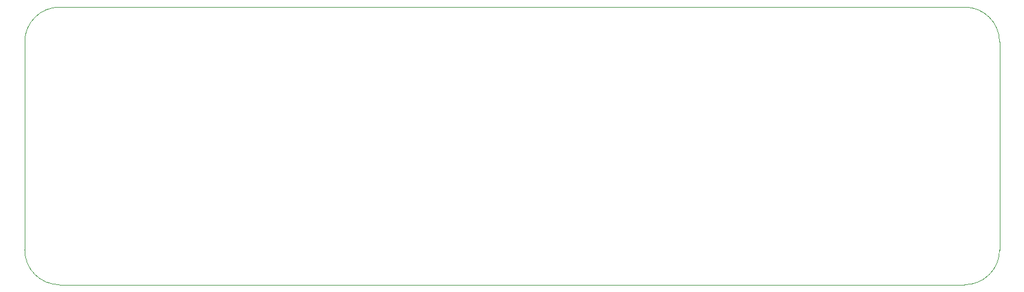
<source format=gbr>
%TF.GenerationSoftware,KiCad,Pcbnew,(6.0.4)*%
%TF.CreationDate,2022-10-21T15:48:57+02:00*%
%TF.ProjectId,projet_robot_ese,70726f6a-6574-45f7-926f-626f745f6573,rev?*%
%TF.SameCoordinates,Original*%
%TF.FileFunction,Profile,NP*%
%FSLAX46Y46*%
G04 Gerber Fmt 4.6, Leading zero omitted, Abs format (unit mm)*
G04 Created by KiCad (PCBNEW (6.0.4)) date 2022-10-21 15:48:57*
%MOMM*%
%LPD*%
G01*
G04 APERTURE LIST*
%TA.AperFunction,Profile*%
%ADD10C,0.100000*%
%TD*%
G04 APERTURE END LIST*
D10*
X100000000Y-115000000D02*
G75*
G03*
X105000000Y-120000000I5000000J0D01*
G01*
X240000000Y-85000000D02*
G75*
G03*
X235000000Y-80000000I-5000000J0D01*
G01*
X105000000Y-80000000D02*
G75*
G03*
X100000000Y-85000000I0J-5000000D01*
G01*
X100000000Y-85000000D02*
X100000000Y-115000000D01*
X235000000Y-80000000D02*
X105000000Y-80000000D01*
X235000000Y-120000000D02*
G75*
G03*
X240000000Y-115000000I0J5000000D01*
G01*
X105000000Y-120000000D02*
X235000000Y-120000000D01*
X240000000Y-115000000D02*
X240000000Y-85000000D01*
M02*

</source>
